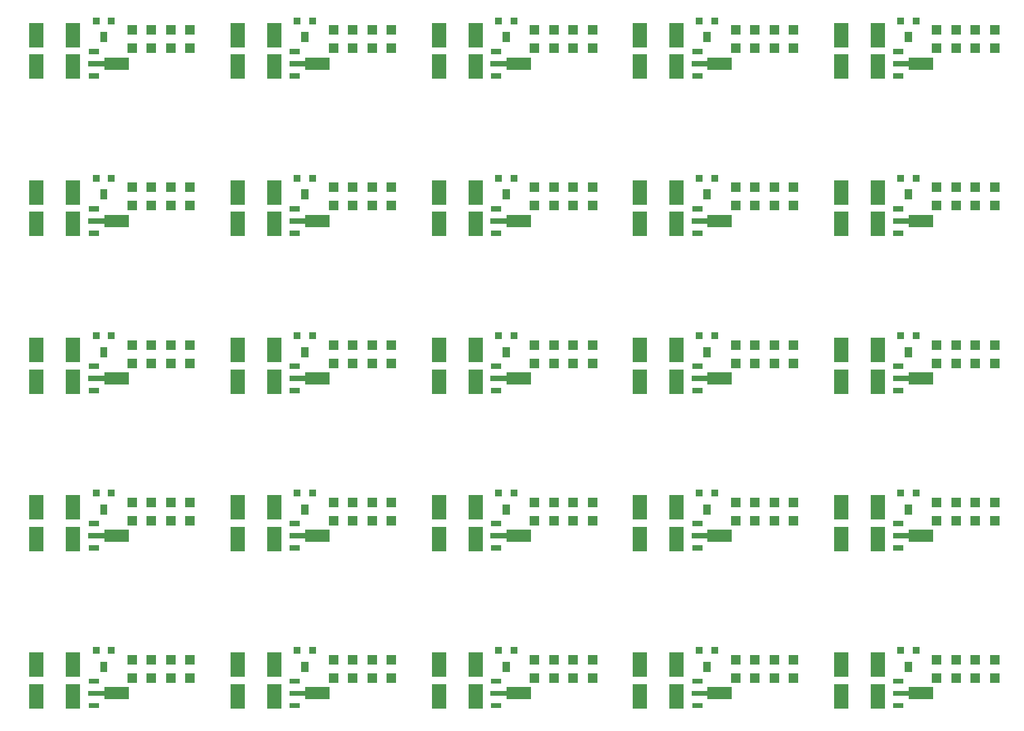
<source format=gtp>
G04 Layer: TopPasteMaskLayer*
G04 EasyEDA v6.4.20.5, 2021-07-08T19:51:02+08:00*
G04 9fc62b59898d4f10b595c4665fefa585,e7bc534dc2744323a0f9b62094545a88,10*
G04 Gerber Generator version 0.2*
G04 Scale: 100 percent, Rotated: No, Reflected: No *
G04 Dimensions in millimeters *
G04 leading zeros omitted , absolute positions ,4 integer and 5 decimal *
%FSLAX45Y45*%
%MOMM*%

%ADD16R,0.9144X0.9144*%
%ADD17R,1.2700X1.2700*%

%LPD*%
G36*
X1363974Y4540199D02*
G01*
X1363974Y4387799D01*
X1059174Y4387799D01*
X1059174Y4540199D01*
G37*
G36*
X866127Y4648149D02*
G01*
X993127Y4648149D01*
X993129Y4584649D01*
X866127Y4584649D01*
G37*
G36*
X861047Y4495749D02*
G01*
X1115047Y4495749D01*
X1115047Y4432249D01*
X861047Y4432249D01*
G37*
G36*
X866127Y4343349D02*
G01*
X993129Y4343349D01*
X993127Y4279849D01*
X866127Y4279849D01*
G37*
D16*
G01*
X1150609Y4997399D03*
G01*
X957574Y4997399D03*
G36*
X1099809Y4730699D02*
G01*
X1008374Y4730699D01*
X1008374Y4857696D01*
X1099809Y4857696D01*
G37*
G36*
X127000Y4578299D02*
G01*
X304800Y4578299D01*
X304800Y4273499D01*
X127000Y4273499D01*
G37*
G36*
X584192Y4578299D02*
G01*
X761992Y4578299D01*
X761992Y4273499D01*
X584192Y4273499D01*
G37*
G36*
X127000Y4971999D02*
G01*
X304800Y4971999D01*
X304800Y4667199D01*
X127000Y4667199D01*
G37*
G36*
X584192Y4971999D02*
G01*
X761992Y4971999D01*
X761992Y4667199D01*
X584192Y4667199D01*
G37*
D17*
G01*
X1650992Y4883099D03*
G01*
X1650992Y4654499D03*
G01*
X1892292Y4883099D03*
G01*
X1892292Y4654499D03*
G01*
X2133592Y4883099D03*
G01*
X2133592Y4654499D03*
G01*
X1409692Y4654499D03*
G01*
X1409692Y4883099D03*
G01*
X11455311Y4654491D03*
G01*
X11455311Y4883091D03*
G01*
X12179211Y4883091D03*
G01*
X12179211Y4654491D03*
G01*
X11937911Y4883091D03*
G01*
X11937911Y4654491D03*
G01*
X11696611Y4883091D03*
G01*
X11696611Y4654491D03*
G36*
X10172611Y4971991D02*
G01*
X10350411Y4971991D01*
X10350411Y4667191D01*
X10172611Y4667191D01*
G37*
G36*
X10629811Y4971991D02*
G01*
X10807611Y4971991D01*
X10807611Y4667191D01*
X10629811Y4667191D01*
G37*
G36*
X10172611Y4578291D02*
G01*
X10350411Y4578291D01*
X10350411Y4273491D01*
X10172611Y4273491D01*
G37*
G36*
X10629811Y4578291D02*
G01*
X10807611Y4578291D01*
X10807611Y4273491D01*
X10629811Y4273491D01*
G37*
D16*
G01*
X11196231Y4997391D03*
G01*
X11003186Y4997391D03*
G36*
X11145431Y4730691D02*
G01*
X11053986Y4730691D01*
X11053986Y4857689D01*
X11145431Y4857689D01*
G37*
G36*
X11409586Y4540191D02*
G01*
X11409586Y4387791D01*
X11104786Y4387791D01*
X11104786Y4540191D01*
G37*
G36*
X10911748Y4648141D02*
G01*
X11038748Y4648141D01*
X11038748Y4584641D01*
X10911748Y4584641D01*
G37*
G36*
X10906668Y4495741D02*
G01*
X11160668Y4495741D01*
X11160668Y4432241D01*
X10906668Y4432241D01*
G37*
G36*
X10911748Y4343341D02*
G01*
X11038748Y4343341D01*
X11038748Y4279841D01*
X10911748Y4279841D01*
G37*
D17*
G01*
X8943908Y4654491D03*
G01*
X8943908Y4883091D03*
G01*
X9667808Y4883091D03*
G01*
X9667808Y4654491D03*
G01*
X9426508Y4883091D03*
G01*
X9426508Y4654491D03*
G01*
X9185208Y4883091D03*
G01*
X9185208Y4654491D03*
G36*
X7661208Y4971991D02*
G01*
X7839008Y4971991D01*
X7839008Y4667191D01*
X7661208Y4667191D01*
G37*
G36*
X8118408Y4971991D02*
G01*
X8296208Y4971991D01*
X8296208Y4667191D01*
X8118408Y4667191D01*
G37*
G36*
X7661208Y4578291D02*
G01*
X7839008Y4578291D01*
X7839008Y4273491D01*
X7661208Y4273491D01*
G37*
G36*
X8118408Y4578291D02*
G01*
X8296208Y4578291D01*
X8296208Y4273491D01*
X8118408Y4273491D01*
G37*
D16*
G01*
X8684826Y4997391D03*
G01*
X8491791Y4997391D03*
G36*
X8634026Y4730691D02*
G01*
X8542591Y4730691D01*
X8542591Y4857691D01*
X8634026Y4857691D01*
G37*
G36*
X8898191Y4540191D02*
G01*
X8898191Y4387791D01*
X8593391Y4387791D01*
X8593391Y4540191D01*
G37*
G36*
X8400343Y4648141D02*
G01*
X8527343Y4648141D01*
X8527343Y4584641D01*
X8400343Y4584641D01*
G37*
G36*
X8395263Y4495741D02*
G01*
X8649263Y4495741D01*
X8649263Y4432241D01*
X8395263Y4432241D01*
G37*
G36*
X8400343Y4343341D02*
G01*
X8527343Y4343341D01*
X8527343Y4279841D01*
X8400343Y4279841D01*
G37*
D17*
G01*
X6432499Y4654494D03*
G01*
X6432499Y4883094D03*
G01*
X7156399Y4883094D03*
G01*
X7156399Y4654494D03*
G01*
X6915099Y4883094D03*
G01*
X6915099Y4654494D03*
G01*
X6673799Y4883094D03*
G01*
X6673799Y4654494D03*
G36*
X5149799Y4971994D02*
G01*
X5327599Y4971994D01*
X5327599Y4667194D01*
X5149799Y4667194D01*
G37*
G36*
X5606999Y4971994D02*
G01*
X5784799Y4971994D01*
X5784799Y4667194D01*
X5606999Y4667194D01*
G37*
G36*
X5149799Y4578294D02*
G01*
X5327599Y4578294D01*
X5327599Y4273494D01*
X5149799Y4273494D01*
G37*
G36*
X5606999Y4578294D02*
G01*
X5784799Y4578294D01*
X5784799Y4273494D01*
X5606999Y4273494D01*
G37*
D16*
G01*
X6173424Y4997394D03*
G01*
X5980381Y4997394D03*
G36*
X6122624Y4730694D02*
G01*
X6031181Y4730694D01*
X6031181Y4857691D01*
X6122624Y4857691D01*
G37*
G36*
X6386781Y4540194D02*
G01*
X6386781Y4387794D01*
X6081981Y4387794D01*
X6081981Y4540194D01*
G37*
G36*
X5888941Y4648144D02*
G01*
X6015941Y4648144D01*
X6015944Y4584644D01*
X5888941Y4584644D01*
G37*
G36*
X5883864Y4495744D02*
G01*
X6137864Y4495744D01*
X6137864Y4432244D01*
X5883864Y4432244D01*
G37*
G36*
X5888941Y4343344D02*
G01*
X6015944Y4343344D01*
X6015941Y4279844D01*
X5888941Y4279844D01*
G37*
D17*
G01*
X3921097Y4654499D03*
G01*
X3921097Y4883099D03*
G01*
X4644997Y4883099D03*
G01*
X4644997Y4654499D03*
G01*
X4403697Y4883099D03*
G01*
X4403697Y4654499D03*
G01*
X4162397Y4883099D03*
G01*
X4162397Y4654499D03*
G36*
X2638397Y4971999D02*
G01*
X2816197Y4971999D01*
X2816197Y4667199D01*
X2638397Y4667199D01*
G37*
G36*
X3095597Y4971999D02*
G01*
X3273397Y4971999D01*
X3273397Y4667199D01*
X3095597Y4667199D01*
G37*
G36*
X2638397Y4578299D02*
G01*
X2816197Y4578299D01*
X2816197Y4273499D01*
X2638397Y4273499D01*
G37*
G36*
X3095597Y4578299D02*
G01*
X3273397Y4578299D01*
X3273397Y4273499D01*
X3095597Y4273499D01*
G37*
D16*
G01*
X3662014Y4997399D03*
G01*
X3468979Y4997399D03*
G36*
X3611214Y4730699D02*
G01*
X3519779Y4730699D01*
X3519779Y4857694D01*
X3611214Y4857694D01*
G37*
G36*
X3875379Y4540199D02*
G01*
X3875379Y4387799D01*
X3570579Y4387799D01*
X3570579Y4540199D01*
G37*
G36*
X3377531Y4648149D02*
G01*
X3504531Y4648149D01*
X3504542Y4584649D01*
X3377531Y4584649D01*
G37*
G36*
X3372462Y4495749D02*
G01*
X3626462Y4495749D01*
X3626462Y4432249D01*
X3372462Y4432249D01*
G37*
G36*
X3377531Y4343349D02*
G01*
X3504542Y4343349D01*
X3504531Y4279849D01*
X3377531Y4279849D01*
G37*
G36*
X1363980Y2574899D02*
G01*
X1363980Y2422499D01*
X1059180Y2422499D01*
X1059180Y2574899D01*
G37*
G36*
X866139Y2682849D02*
G01*
X993139Y2682849D01*
X993142Y2619349D01*
X866139Y2619349D01*
G37*
G36*
X861060Y2530449D02*
G01*
X1115060Y2530449D01*
X1115060Y2466949D01*
X861060Y2466949D01*
G37*
G36*
X866139Y2378049D02*
G01*
X993142Y2378049D01*
X993139Y2314549D01*
X866139Y2314549D01*
G37*
G01*
X1150619Y3032099D03*
G01*
X957580Y3032099D03*
G36*
X1099819Y2765399D02*
G01*
X1008380Y2765399D01*
X1008380Y2892397D01*
X1099819Y2892397D01*
G37*
G36*
X127000Y2612999D02*
G01*
X304800Y2612999D01*
X304800Y2308199D01*
X127000Y2308199D01*
G37*
G36*
X584200Y2612999D02*
G01*
X762000Y2612999D01*
X762000Y2308199D01*
X584200Y2308199D01*
G37*
G36*
X127000Y3006699D02*
G01*
X304800Y3006699D01*
X304800Y2701899D01*
X127000Y2701899D01*
G37*
G36*
X584200Y3006699D02*
G01*
X762000Y3006699D01*
X762000Y2701899D01*
X584200Y2701899D01*
G37*
D17*
G01*
X1651000Y2917799D03*
G01*
X1651000Y2689199D03*
G01*
X1892300Y2917799D03*
G01*
X1892300Y2689199D03*
G01*
X2133600Y2917799D03*
G01*
X2133600Y2689199D03*
G01*
X1409700Y2689199D03*
G01*
X1409700Y2917799D03*
G01*
X11455318Y2689191D03*
G01*
X11455318Y2917791D03*
G01*
X12179218Y2917791D03*
G01*
X12179218Y2689191D03*
G01*
X11937918Y2917791D03*
G01*
X11937918Y2689191D03*
G01*
X11696618Y2917791D03*
G01*
X11696618Y2689191D03*
G36*
X10172618Y3006691D02*
G01*
X10350418Y3006691D01*
X10350418Y2701891D01*
X10172618Y2701891D01*
G37*
G36*
X10629818Y3006691D02*
G01*
X10807618Y3006691D01*
X10807618Y2701891D01*
X10629818Y2701891D01*
G37*
G36*
X10172618Y2612991D02*
G01*
X10350418Y2612991D01*
X10350418Y2308191D01*
X10172618Y2308191D01*
G37*
G36*
X10629818Y2612991D02*
G01*
X10807618Y2612991D01*
X10807618Y2308191D01*
X10629818Y2308191D01*
G37*
D16*
G01*
X11196243Y3032091D03*
G01*
X11003198Y3032091D03*
G36*
X11145443Y2765391D02*
G01*
X11053998Y2765391D01*
X11053998Y2892389D01*
X11145443Y2892389D01*
G37*
G36*
X11409598Y2574891D02*
G01*
X11409598Y2422491D01*
X11104798Y2422491D01*
X11104798Y2574891D01*
G37*
G36*
X10911761Y2682841D02*
G01*
X11038761Y2682841D01*
X11038761Y2619341D01*
X10911761Y2619341D01*
G37*
G36*
X10906681Y2530441D02*
G01*
X11160681Y2530441D01*
X11160681Y2466941D01*
X10906681Y2466941D01*
G37*
G36*
X10911761Y2378041D02*
G01*
X11038761Y2378041D01*
X11038761Y2314541D01*
X10911761Y2314541D01*
G37*
D17*
G01*
X8943919Y2689191D03*
G01*
X8943919Y2917791D03*
G01*
X9667819Y2917791D03*
G01*
X9667819Y2689191D03*
G01*
X9426519Y2917791D03*
G01*
X9426519Y2689191D03*
G01*
X9185219Y2917791D03*
G01*
X9185219Y2689191D03*
G36*
X7661219Y3006691D02*
G01*
X7839019Y3006691D01*
X7839019Y2701891D01*
X7661219Y2701891D01*
G37*
G36*
X8118419Y3006691D02*
G01*
X8296219Y3006691D01*
X8296219Y2701891D01*
X8118419Y2701891D01*
G37*
G36*
X7661219Y2612991D02*
G01*
X7839019Y2612991D01*
X7839019Y2308191D01*
X7661219Y2308191D01*
G37*
G36*
X8118419Y2612991D02*
G01*
X8296219Y2612991D01*
X8296219Y2308191D01*
X8118419Y2308191D01*
G37*
D16*
G01*
X8684839Y3032091D03*
G01*
X8491801Y3032091D03*
G36*
X8634039Y2765391D02*
G01*
X8542601Y2765391D01*
X8542601Y2892391D01*
X8634039Y2892391D01*
G37*
G36*
X8898201Y2574891D02*
G01*
X8898201Y2422491D01*
X8593401Y2422491D01*
X8593401Y2574891D01*
G37*
G36*
X8400356Y2682841D02*
G01*
X8527356Y2682841D01*
X8527356Y2619341D01*
X8400356Y2619341D01*
G37*
G36*
X8395274Y2530441D02*
G01*
X8649274Y2530441D01*
X8649274Y2466941D01*
X8395274Y2466941D01*
G37*
G36*
X8400356Y2378041D02*
G01*
X8527356Y2378041D01*
X8527356Y2314541D01*
X8400356Y2314541D01*
G37*
D17*
G01*
X6432511Y2689194D03*
G01*
X6432511Y2917794D03*
G01*
X7156411Y2917794D03*
G01*
X7156411Y2689194D03*
G01*
X6915111Y2917794D03*
G01*
X6915111Y2689194D03*
G01*
X6673811Y2917794D03*
G01*
X6673811Y2689194D03*
G36*
X5149811Y3006694D02*
G01*
X5327611Y3006694D01*
X5327611Y2701894D01*
X5149811Y2701894D01*
G37*
G36*
X5607011Y3006694D02*
G01*
X5784811Y3006694D01*
X5784811Y2701894D01*
X5607011Y2701894D01*
G37*
G36*
X5149811Y2612994D02*
G01*
X5327611Y2612994D01*
X5327611Y2308194D01*
X5149811Y2308194D01*
G37*
G36*
X5607011Y2612994D02*
G01*
X5784811Y2612994D01*
X5784811Y2308194D01*
X5607011Y2308194D01*
G37*
D16*
G01*
X6173431Y3032094D03*
G01*
X5980394Y3032094D03*
G36*
X6122631Y2765394D02*
G01*
X6031194Y2765394D01*
X6031194Y2892391D01*
X6122631Y2892391D01*
G37*
G36*
X6386794Y2574894D02*
G01*
X6386794Y2422494D01*
X6081994Y2422494D01*
X6081994Y2574894D01*
G37*
G36*
X5888951Y2682844D02*
G01*
X6015951Y2682844D01*
X6015956Y2619344D01*
X5888951Y2619344D01*
G37*
G36*
X5883876Y2530444D02*
G01*
X6137876Y2530444D01*
X6137876Y2466944D01*
X5883876Y2466944D01*
G37*
G36*
X5888951Y2378044D02*
G01*
X6015956Y2378044D01*
X6015951Y2314544D01*
X5888951Y2314544D01*
G37*
D17*
G01*
X3921109Y2689199D03*
G01*
X3921109Y2917799D03*
G01*
X4645009Y2917799D03*
G01*
X4645009Y2689199D03*
G01*
X4403709Y2917799D03*
G01*
X4403709Y2689199D03*
G01*
X4162409Y2917799D03*
G01*
X4162409Y2689199D03*
G36*
X2638409Y3006699D02*
G01*
X2816209Y3006699D01*
X2816209Y2701899D01*
X2638409Y2701899D01*
G37*
G36*
X3095609Y3006699D02*
G01*
X3273409Y3006699D01*
X3273409Y2701899D01*
X3095609Y2701899D01*
G37*
G36*
X2638409Y2612999D02*
G01*
X2816209Y2612999D01*
X2816209Y2308199D01*
X2638409Y2308199D01*
G37*
G36*
X3095609Y2612999D02*
G01*
X3273409Y2612999D01*
X3273409Y2308199D01*
X3095609Y2308199D01*
G37*
D16*
G01*
X3662027Y3032099D03*
G01*
X3468992Y3032099D03*
G36*
X3611227Y2765399D02*
G01*
X3519792Y2765399D01*
X3519792Y2892394D01*
X3611227Y2892394D01*
G37*
G36*
X3875392Y2574899D02*
G01*
X3875392Y2422499D01*
X3570592Y2422499D01*
X3570592Y2574899D01*
G37*
G36*
X3377544Y2682849D02*
G01*
X3504544Y2682849D01*
X3504554Y2619349D01*
X3377544Y2619349D01*
G37*
G36*
X3372474Y2530449D02*
G01*
X3626474Y2530449D01*
X3626474Y2466949D01*
X3372474Y2466949D01*
G37*
G36*
X3377544Y2378049D02*
G01*
X3504554Y2378049D01*
X3504544Y2314549D01*
X3377544Y2314549D01*
G37*
G36*
X1363982Y609599D02*
G01*
X1363982Y457199D01*
X1059182Y457199D01*
X1059182Y609599D01*
G37*
G36*
X866137Y717549D02*
G01*
X993137Y717549D01*
X993139Y654049D01*
X866137Y654049D01*
G37*
G36*
X861057Y565149D02*
G01*
X1115057Y565149D01*
X1115057Y501649D01*
X861057Y501649D01*
G37*
G36*
X866137Y412749D02*
G01*
X993139Y412749D01*
X993137Y349249D01*
X866137Y349249D01*
G37*
G01*
X1150619Y1066800D03*
G01*
X957582Y1066800D03*
G36*
X1099819Y800099D02*
G01*
X1008382Y800099D01*
X1008382Y927097D01*
X1099819Y927097D01*
G37*
G36*
X127000Y647699D02*
G01*
X304800Y647699D01*
X304800Y342899D01*
X127000Y342899D01*
G37*
G36*
X584200Y647699D02*
G01*
X762000Y647699D01*
X762000Y342899D01*
X584200Y342899D01*
G37*
G36*
X127000Y1041399D02*
G01*
X304800Y1041399D01*
X304800Y736599D01*
X127000Y736599D01*
G37*
G36*
X584200Y1041399D02*
G01*
X762000Y1041399D01*
X762000Y736599D01*
X584200Y736599D01*
G37*
D17*
G01*
X1651000Y952500D03*
G01*
X1651000Y723900D03*
G01*
X1892300Y952500D03*
G01*
X1892300Y723900D03*
G01*
X2133600Y952500D03*
G01*
X2133600Y723900D03*
G01*
X1409700Y723900D03*
G01*
X1409700Y952500D03*
G01*
X11455321Y723892D03*
G01*
X11455321Y952492D03*
G01*
X12179221Y952492D03*
G01*
X12179221Y723892D03*
G01*
X11937921Y952492D03*
G01*
X11937921Y723892D03*
G01*
X11696621Y952492D03*
G01*
X11696621Y723892D03*
G36*
X10172621Y1041392D02*
G01*
X10350421Y1041392D01*
X10350421Y736592D01*
X10172621Y736592D01*
G37*
G36*
X10629821Y1041392D02*
G01*
X10807621Y1041392D01*
X10807621Y736592D01*
X10629821Y736592D01*
G37*
G36*
X10172621Y647692D02*
G01*
X10350421Y647692D01*
X10350421Y342892D01*
X10172621Y342892D01*
G37*
G36*
X10629821Y647692D02*
G01*
X10807621Y647692D01*
X10807621Y342892D01*
X10629821Y342892D01*
G37*
D16*
G01*
X11196241Y1066792D03*
G01*
X11003201Y1066792D03*
G36*
X11145441Y800092D02*
G01*
X11054001Y800092D01*
X11054001Y927089D01*
X11145441Y927089D01*
G37*
G36*
X11409601Y609592D02*
G01*
X11409601Y457192D01*
X11104801Y457192D01*
X11104801Y609592D01*
G37*
G36*
X10911758Y717542D02*
G01*
X11038758Y717542D01*
X11038758Y654042D01*
X10911758Y654042D01*
G37*
G36*
X10906683Y565142D02*
G01*
X11160683Y565142D01*
X11160683Y501642D01*
X10906683Y501642D01*
G37*
G36*
X10911758Y412742D02*
G01*
X11038758Y412742D01*
X11038758Y349242D01*
X10911758Y349242D01*
G37*
D17*
G01*
X8943919Y723892D03*
G01*
X8943919Y952492D03*
G01*
X9667819Y952492D03*
G01*
X9667819Y723892D03*
G01*
X9426519Y952492D03*
G01*
X9426519Y723892D03*
G01*
X9185219Y952492D03*
G01*
X9185219Y723892D03*
G36*
X7661219Y1041392D02*
G01*
X7839019Y1041392D01*
X7839019Y736592D01*
X7661219Y736592D01*
G37*
G36*
X8118419Y1041392D02*
G01*
X8296219Y1041392D01*
X8296219Y736592D01*
X8118419Y736592D01*
G37*
G36*
X7661219Y647692D02*
G01*
X7839019Y647692D01*
X7839019Y342892D01*
X7661219Y342892D01*
G37*
G36*
X8118419Y647692D02*
G01*
X8296219Y647692D01*
X8296219Y342892D01*
X8118419Y342892D01*
G37*
D16*
G01*
X8684836Y1066792D03*
G01*
X8491801Y1066792D03*
G36*
X8634036Y800092D02*
G01*
X8542601Y800092D01*
X8542601Y927092D01*
X8634036Y927092D01*
G37*
G36*
X8898201Y609592D02*
G01*
X8898201Y457192D01*
X8593401Y457192D01*
X8593401Y609592D01*
G37*
G36*
X8400354Y717542D02*
G01*
X8527354Y717542D01*
X8527354Y654042D01*
X8400354Y654042D01*
G37*
G36*
X8395271Y565142D02*
G01*
X8649271Y565142D01*
X8649271Y501642D01*
X8395271Y501642D01*
G37*
G36*
X8400354Y412742D02*
G01*
X8527354Y412742D01*
X8527354Y349242D01*
X8400354Y349242D01*
G37*
D17*
G01*
X6432514Y723894D03*
G01*
X6432514Y952494D03*
G01*
X7156414Y952494D03*
G01*
X7156414Y723894D03*
G01*
X6915114Y952494D03*
G01*
X6915114Y723894D03*
G01*
X6673814Y952494D03*
G01*
X6673814Y723894D03*
G36*
X5149814Y1041394D02*
G01*
X5327614Y1041394D01*
X5327614Y736594D01*
X5149814Y736594D01*
G37*
G36*
X5607014Y1041394D02*
G01*
X5784814Y1041394D01*
X5784814Y736594D01*
X5607014Y736594D01*
G37*
G36*
X5149814Y647694D02*
G01*
X5327614Y647694D01*
X5327614Y342894D01*
X5149814Y342894D01*
G37*
G36*
X5607014Y647694D02*
G01*
X5784814Y647694D01*
X5784814Y342894D01*
X5607014Y342894D01*
G37*
D16*
G01*
X6173434Y1066794D03*
G01*
X5980396Y1066794D03*
G36*
X6122634Y800094D02*
G01*
X6031196Y800094D01*
X6031196Y927092D01*
X6122634Y927092D01*
G37*
G36*
X6386796Y609594D02*
G01*
X6386796Y457194D01*
X6081996Y457194D01*
X6081996Y609594D01*
G37*
G36*
X5888951Y717544D02*
G01*
X6015951Y717544D01*
X6015954Y654044D01*
X5888951Y654044D01*
G37*
G36*
X5883879Y565144D02*
G01*
X6137879Y565144D01*
X6137879Y501644D01*
X5883879Y501644D01*
G37*
G36*
X5888951Y412744D02*
G01*
X6015954Y412744D01*
X6015951Y349244D01*
X5888951Y349244D01*
G37*
D17*
G01*
X3921112Y723900D03*
G01*
X3921112Y952500D03*
G01*
X4645012Y952500D03*
G01*
X4645012Y723900D03*
G01*
X4403712Y952500D03*
G01*
X4403712Y723900D03*
G01*
X4162412Y952500D03*
G01*
X4162412Y723900D03*
G36*
X2638412Y1041399D02*
G01*
X2816212Y1041399D01*
X2816212Y736599D01*
X2638412Y736599D01*
G37*
G36*
X3095612Y1041399D02*
G01*
X3273412Y1041399D01*
X3273412Y736599D01*
X3095612Y736599D01*
G37*
G36*
X2638412Y647699D02*
G01*
X2816212Y647699D01*
X2816212Y342899D01*
X2638412Y342899D01*
G37*
G36*
X3095612Y647699D02*
G01*
X3273412Y647699D01*
X3273412Y342899D01*
X3095612Y342899D01*
G37*
D16*
G01*
X3662024Y1066800D03*
G01*
X3468994Y1066800D03*
G36*
X3611224Y800099D02*
G01*
X3519794Y800099D01*
X3519794Y927094D01*
X3611224Y927094D01*
G37*
G36*
X3875394Y609599D02*
G01*
X3875394Y457199D01*
X3570594Y457199D01*
X3570594Y609599D01*
G37*
G36*
X3377542Y717549D02*
G01*
X3504542Y717549D01*
X3504552Y654049D01*
X3377542Y654049D01*
G37*
G36*
X3372477Y565149D02*
G01*
X3626477Y565149D01*
X3626477Y501649D01*
X3372477Y501649D01*
G37*
G36*
X3377542Y412749D02*
G01*
X3504552Y412749D01*
X3504542Y349249D01*
X3377542Y349249D01*
G37*
G36*
X1363985Y-1355707D02*
G01*
X1363985Y-1508107D01*
X1059185Y-1508107D01*
X1059185Y-1355707D01*
G37*
G36*
X866139Y-1247757D02*
G01*
X993139Y-1247757D01*
X993142Y-1311257D01*
X866139Y-1311257D01*
G37*
G36*
X861060Y-1400157D02*
G01*
X1115060Y-1400157D01*
X1115060Y-1463657D01*
X861060Y-1463657D01*
G37*
G36*
X866139Y-1552557D02*
G01*
X993142Y-1552557D01*
X993139Y-1616057D01*
X866139Y-1616057D01*
G37*
G01*
X1150622Y-898507D03*
G01*
X957585Y-898507D03*
G36*
X1099822Y-1165207D02*
G01*
X1008385Y-1165207D01*
X1008385Y-1038209D01*
X1099822Y-1038209D01*
G37*
G36*
X127002Y-1317607D02*
G01*
X304802Y-1317607D01*
X304802Y-1622407D01*
X127002Y-1622407D01*
G37*
G36*
X584202Y-1317607D02*
G01*
X762002Y-1317607D01*
X762002Y-1622407D01*
X584202Y-1622407D01*
G37*
G36*
X127002Y-923907D02*
G01*
X304802Y-923907D01*
X304802Y-1228707D01*
X127002Y-1228707D01*
G37*
G36*
X584202Y-923907D02*
G01*
X762002Y-923907D01*
X762002Y-1228707D01*
X584202Y-1228707D01*
G37*
D17*
G01*
X1651002Y-1012807D03*
G01*
X1651002Y-1241407D03*
G01*
X1892302Y-1012807D03*
G01*
X1892302Y-1241407D03*
G01*
X2133602Y-1012807D03*
G01*
X2133602Y-1241407D03*
G01*
X1409702Y-1241407D03*
G01*
X1409702Y-1012807D03*
G01*
X11455323Y-1241414D03*
G01*
X11455323Y-1012814D03*
G01*
X12179223Y-1012814D03*
G01*
X12179223Y-1241414D03*
G01*
X11937923Y-1012814D03*
G01*
X11937923Y-1241414D03*
G01*
X11696623Y-1012814D03*
G01*
X11696623Y-1241414D03*
G36*
X10172623Y-923914D02*
G01*
X10350423Y-923914D01*
X10350423Y-1228714D01*
X10172623Y-1228714D01*
G37*
G36*
X10629823Y-923914D02*
G01*
X10807623Y-923914D01*
X10807623Y-1228714D01*
X10629823Y-1228714D01*
G37*
G36*
X10172623Y-1317614D02*
G01*
X10350423Y-1317614D01*
X10350423Y-1622414D01*
X10172623Y-1622414D01*
G37*
G36*
X10629823Y-1317614D02*
G01*
X10807623Y-1317614D01*
X10807623Y-1622414D01*
X10629823Y-1622414D01*
G37*
D16*
G01*
X11196243Y-898514D03*
G01*
X11003203Y-898514D03*
G36*
X11145443Y-1165214D02*
G01*
X11054003Y-1165214D01*
X11054003Y-1038217D01*
X11145443Y-1038217D01*
G37*
G36*
X11409603Y-1355714D02*
G01*
X11409603Y-1508114D01*
X11104803Y-1508114D01*
X11104803Y-1355714D01*
G37*
G36*
X10911761Y-1247764D02*
G01*
X11038761Y-1247764D01*
X11038761Y-1311264D01*
X10911761Y-1311264D01*
G37*
G36*
X10906686Y-1400164D02*
G01*
X11160686Y-1400164D01*
X11160686Y-1463664D01*
X10906686Y-1463664D01*
G37*
G36*
X10911761Y-1552564D02*
G01*
X11038761Y-1552564D01*
X11038761Y-1616064D01*
X10911761Y-1616064D01*
G37*
D17*
G01*
X8943921Y-1241414D03*
G01*
X8943921Y-1012814D03*
G01*
X9667821Y-1012814D03*
G01*
X9667821Y-1241414D03*
G01*
X9426521Y-1012814D03*
G01*
X9426521Y-1241414D03*
G01*
X9185221Y-1012814D03*
G01*
X9185221Y-1241414D03*
G36*
X7661221Y-923914D02*
G01*
X7839021Y-923914D01*
X7839021Y-1228714D01*
X7661221Y-1228714D01*
G37*
G36*
X8118421Y-923914D02*
G01*
X8296221Y-923914D01*
X8296221Y-1228714D01*
X8118421Y-1228714D01*
G37*
G36*
X7661221Y-1317614D02*
G01*
X7839021Y-1317614D01*
X7839021Y-1622414D01*
X7661221Y-1622414D01*
G37*
G36*
X8118421Y-1317614D02*
G01*
X8296221Y-1317614D01*
X8296221Y-1622414D01*
X8118421Y-1622414D01*
G37*
D16*
G01*
X8684839Y-898514D03*
G01*
X8491804Y-898514D03*
G36*
X8634039Y-1165214D02*
G01*
X8542604Y-1165214D01*
X8542604Y-1038214D01*
X8634039Y-1038214D01*
G37*
G36*
X8898204Y-1355714D02*
G01*
X8898204Y-1508114D01*
X8593404Y-1508114D01*
X8593404Y-1355714D01*
G37*
G36*
X8400356Y-1247764D02*
G01*
X8527356Y-1247764D01*
X8527356Y-1311264D01*
X8400356Y-1311264D01*
G37*
G36*
X8395274Y-1400164D02*
G01*
X8649274Y-1400164D01*
X8649274Y-1463664D01*
X8395274Y-1463664D01*
G37*
G36*
X8400356Y-1552564D02*
G01*
X8527356Y-1552564D01*
X8527356Y-1616064D01*
X8400356Y-1616064D01*
G37*
D17*
G01*
X6432516Y-1241412D03*
G01*
X6432516Y-1012812D03*
G01*
X7156416Y-1012812D03*
G01*
X7156416Y-1241412D03*
G01*
X6915116Y-1012812D03*
G01*
X6915116Y-1241412D03*
G01*
X6673816Y-1012812D03*
G01*
X6673816Y-1241412D03*
G36*
X5149816Y-923912D02*
G01*
X5327616Y-923912D01*
X5327616Y-1228712D01*
X5149816Y-1228712D01*
G37*
G36*
X5607016Y-923912D02*
G01*
X5784816Y-923912D01*
X5784816Y-1228712D01*
X5607016Y-1228712D01*
G37*
G36*
X5149816Y-1317612D02*
G01*
X5327616Y-1317612D01*
X5327616Y-1622412D01*
X5149816Y-1622412D01*
G37*
G36*
X5607016Y-1317612D02*
G01*
X5784816Y-1317612D01*
X5784816Y-1622412D01*
X5607016Y-1622412D01*
G37*
D16*
G01*
X6173436Y-898512D03*
G01*
X5980399Y-898512D03*
G36*
X6122636Y-1165212D02*
G01*
X6031199Y-1165212D01*
X6031199Y-1038214D01*
X6122636Y-1038214D01*
G37*
G36*
X6386799Y-1355712D02*
G01*
X6386799Y-1508112D01*
X6081999Y-1508112D01*
X6081999Y-1355712D01*
G37*
G36*
X5888954Y-1247762D02*
G01*
X6015954Y-1247762D01*
X6015956Y-1311262D01*
X5888954Y-1311262D01*
G37*
G36*
X5883882Y-1400162D02*
G01*
X6137882Y-1400162D01*
X6137882Y-1463662D01*
X5883882Y-1463662D01*
G37*
G36*
X5888954Y-1552562D02*
G01*
X6015956Y-1552562D01*
X6015954Y-1616062D01*
X5888954Y-1616062D01*
G37*
D17*
G01*
X3921114Y-1241407D03*
G01*
X3921114Y-1012807D03*
G01*
X4645014Y-1012807D03*
G01*
X4645014Y-1241407D03*
G01*
X4403714Y-1012807D03*
G01*
X4403714Y-1241407D03*
G01*
X4162414Y-1012807D03*
G01*
X4162414Y-1241407D03*
G36*
X2638414Y-923907D02*
G01*
X2816214Y-923907D01*
X2816214Y-1228707D01*
X2638414Y-1228707D01*
G37*
G36*
X3095614Y-923907D02*
G01*
X3273414Y-923907D01*
X3273414Y-1228707D01*
X3095614Y-1228707D01*
G37*
G36*
X2638414Y-1317607D02*
G01*
X2816214Y-1317607D01*
X2816214Y-1622407D01*
X2638414Y-1622407D01*
G37*
G36*
X3095614Y-1317607D02*
G01*
X3273414Y-1317607D01*
X3273414Y-1622407D01*
X3095614Y-1622407D01*
G37*
D16*
G01*
X3662027Y-898507D03*
G01*
X3468997Y-898507D03*
G36*
X3611227Y-1165207D02*
G01*
X3519797Y-1165207D01*
X3519797Y-1038212D01*
X3611227Y-1038212D01*
G37*
G36*
X3875397Y-1355707D02*
G01*
X3875397Y-1508107D01*
X3570597Y-1508107D01*
X3570597Y-1355707D01*
G37*
G36*
X3377544Y-1247757D02*
G01*
X3504544Y-1247757D01*
X3504554Y-1311257D01*
X3377544Y-1311257D01*
G37*
G36*
X3372479Y-1400157D02*
G01*
X3626479Y-1400157D01*
X3626479Y-1463657D01*
X3372479Y-1463657D01*
G37*
G36*
X3377544Y-1552557D02*
G01*
X3504554Y-1552557D01*
X3504544Y-1616057D01*
X3377544Y-1616057D01*
G37*
G36*
X3875377Y6505498D02*
G01*
X3875377Y6353098D01*
X3570577Y6353098D01*
X3570577Y6505498D01*
G37*
G36*
X3377529Y6613448D02*
G01*
X3504529Y6613448D01*
X3504539Y6549948D01*
X3377529Y6549948D01*
G37*
G36*
X3372459Y6461048D02*
G01*
X3626459Y6461048D01*
X3626459Y6397548D01*
X3372459Y6397548D01*
G37*
G36*
X3377529Y6308648D02*
G01*
X3504539Y6308648D01*
X3504529Y6245148D01*
X3377529Y6245148D01*
G37*
G01*
X3662011Y6962698D03*
G01*
X3468977Y6962698D03*
G36*
X3611211Y6695998D02*
G01*
X3519777Y6695998D01*
X3519777Y6822993D01*
X3611211Y6822993D01*
G37*
G36*
X2638394Y6543598D02*
G01*
X2816194Y6543598D01*
X2816194Y6238798D01*
X2638394Y6238798D01*
G37*
G36*
X3095594Y6543598D02*
G01*
X3273394Y6543598D01*
X3273394Y6238798D01*
X3095594Y6238798D01*
G37*
G36*
X2638394Y6937298D02*
G01*
X2816194Y6937298D01*
X2816194Y6632498D01*
X2638394Y6632498D01*
G37*
G36*
X3095594Y6937298D02*
G01*
X3273394Y6937298D01*
X3273394Y6632498D01*
X3095594Y6632498D01*
G37*
D17*
G01*
X4162394Y6848398D03*
G01*
X4162394Y6619798D03*
G01*
X4403694Y6848398D03*
G01*
X4403694Y6619798D03*
G01*
X4644994Y6848398D03*
G01*
X4644994Y6619798D03*
G01*
X3921094Y6619798D03*
G01*
X3921094Y6848398D03*
G36*
X6386779Y6505493D02*
G01*
X6386779Y6353093D01*
X6081979Y6353093D01*
X6081979Y6505493D01*
G37*
G36*
X5888936Y6613443D02*
G01*
X6015936Y6613443D01*
X6015941Y6549943D01*
X5888936Y6549943D01*
G37*
G36*
X5883861Y6461043D02*
G01*
X6137861Y6461043D01*
X6137861Y6397543D01*
X5883861Y6397543D01*
G37*
G36*
X5888936Y6308643D02*
G01*
X6015941Y6308643D01*
X6015936Y6245143D01*
X5888936Y6245143D01*
G37*
D16*
G01*
X6173416Y6962693D03*
G01*
X5980379Y6962693D03*
G36*
X6122616Y6695993D02*
G01*
X6031179Y6695993D01*
X6031179Y6822991D01*
X6122616Y6822991D01*
G37*
G36*
X5149796Y6543593D02*
G01*
X5327596Y6543593D01*
X5327596Y6238793D01*
X5149796Y6238793D01*
G37*
G36*
X5606996Y6543593D02*
G01*
X5784796Y6543593D01*
X5784796Y6238793D01*
X5606996Y6238793D01*
G37*
G36*
X5149796Y6937293D02*
G01*
X5327596Y6937293D01*
X5327596Y6632493D01*
X5149796Y6632493D01*
G37*
G36*
X5606996Y6937293D02*
G01*
X5784796Y6937293D01*
X5784796Y6632493D01*
X5606996Y6632493D01*
G37*
D17*
G01*
X6673796Y6848393D03*
G01*
X6673796Y6619793D03*
G01*
X6915096Y6848393D03*
G01*
X6915096Y6619793D03*
G01*
X7156396Y6848393D03*
G01*
X7156396Y6619793D03*
G01*
X6432496Y6619793D03*
G01*
X6432496Y6848393D03*
G36*
X8898186Y6505491D02*
G01*
X8898186Y6353091D01*
X8593386Y6353091D01*
X8593386Y6505491D01*
G37*
G36*
X8400341Y6613441D02*
G01*
X8527341Y6613441D01*
X8527341Y6549941D01*
X8400341Y6549941D01*
G37*
G36*
X8395258Y6461041D02*
G01*
X8649258Y6461041D01*
X8649258Y6397541D01*
X8395258Y6397541D01*
G37*
G36*
X8400341Y6308641D02*
G01*
X8527341Y6308641D01*
X8527341Y6245141D01*
X8400341Y6245141D01*
G37*
D16*
G01*
X8684823Y6962691D03*
G01*
X8491786Y6962691D03*
G36*
X8634023Y6695991D02*
G01*
X8542586Y6695991D01*
X8542586Y6822991D01*
X8634023Y6822991D01*
G37*
G36*
X7661203Y6543591D02*
G01*
X7839003Y6543591D01*
X7839003Y6238791D01*
X7661203Y6238791D01*
G37*
G36*
X8118403Y6543591D02*
G01*
X8296203Y6543591D01*
X8296203Y6238791D01*
X8118403Y6238791D01*
G37*
G36*
X7661203Y6937291D02*
G01*
X7839003Y6937291D01*
X7839003Y6632491D01*
X7661203Y6632491D01*
G37*
G36*
X8118403Y6937291D02*
G01*
X8296203Y6937291D01*
X8296203Y6632491D01*
X8118403Y6632491D01*
G37*
D17*
G01*
X9185203Y6848391D03*
G01*
X9185203Y6619791D03*
G01*
X9426503Y6848391D03*
G01*
X9426503Y6619791D03*
G01*
X9667803Y6848391D03*
G01*
X9667803Y6619791D03*
G01*
X8943903Y6619791D03*
G01*
X8943903Y6848391D03*
G36*
X11409583Y6505491D02*
G01*
X11409583Y6353091D01*
X11104783Y6353091D01*
X11104783Y6505491D01*
G37*
G36*
X10911746Y6613441D02*
G01*
X11038746Y6613441D01*
X11038746Y6549941D01*
X10911746Y6549941D01*
G37*
G36*
X10906666Y6461041D02*
G01*
X11160666Y6461041D01*
X11160666Y6397541D01*
X10906666Y6397541D01*
G37*
G36*
X10911746Y6308641D02*
G01*
X11038746Y6308641D01*
X11038746Y6245141D01*
X10911746Y6245141D01*
G37*
D16*
G01*
X11196228Y6962691D03*
G01*
X11003183Y6962691D03*
G36*
X11145428Y6695991D02*
G01*
X11053983Y6695991D01*
X11053983Y6822988D01*
X11145428Y6822988D01*
G37*
G36*
X10172603Y6543591D02*
G01*
X10350403Y6543591D01*
X10350403Y6238791D01*
X10172603Y6238791D01*
G37*
G36*
X10629803Y6543591D02*
G01*
X10807603Y6543591D01*
X10807603Y6238791D01*
X10629803Y6238791D01*
G37*
G36*
X10172603Y6937291D02*
G01*
X10350403Y6937291D01*
X10350403Y6632491D01*
X10172603Y6632491D01*
G37*
G36*
X10629803Y6937291D02*
G01*
X10807603Y6937291D01*
X10807603Y6632491D01*
X10629803Y6632491D01*
G37*
D17*
G01*
X11696603Y6848391D03*
G01*
X11696603Y6619791D03*
G01*
X11937903Y6848391D03*
G01*
X11937903Y6619791D03*
G01*
X12179203Y6848391D03*
G01*
X12179203Y6619791D03*
G01*
X11455303Y6619791D03*
G01*
X11455303Y6848391D03*
G01*
X1409684Y6848398D03*
G01*
X1409684Y6619798D03*
G01*
X2133584Y6619798D03*
G01*
X2133584Y6848398D03*
G01*
X1892284Y6619798D03*
G01*
X1892284Y6848398D03*
G01*
X1650984Y6619798D03*
G01*
X1650984Y6848398D03*
G36*
X584184Y6937298D02*
G01*
X761984Y6937298D01*
X761984Y6632498D01*
X584184Y6632498D01*
G37*
G36*
X126984Y6937298D02*
G01*
X304784Y6937298D01*
X304784Y6632498D01*
X126984Y6632498D01*
G37*
G36*
X584184Y6543598D02*
G01*
X761984Y6543598D01*
X761984Y6238798D01*
X584184Y6238798D01*
G37*
G36*
X126984Y6543598D02*
G01*
X304784Y6543598D01*
X304784Y6238798D01*
X126984Y6238798D01*
G37*
D16*
G01*
X957564Y6962698D03*
G36*
X1099804Y6695998D02*
G01*
X1008364Y6695998D01*
X1008364Y6822996D01*
X1099804Y6822996D01*
G37*
G01*
X1150604Y6962698D03*
G36*
X866124Y6613448D02*
G01*
X993124Y6613448D01*
X993127Y6549948D01*
X866124Y6549948D01*
G37*
G36*
X861044Y6461048D02*
G01*
X1115044Y6461048D01*
X1115044Y6397548D01*
X861044Y6397548D01*
G37*
G36*
X866124Y6308648D02*
G01*
X993127Y6308648D01*
X993124Y6245148D01*
X866124Y6245148D01*
G37*
G36*
X1363964Y6505498D02*
G01*
X1363964Y6353098D01*
X1059164Y6353098D01*
X1059164Y6505498D01*
G37*
M02*

</source>
